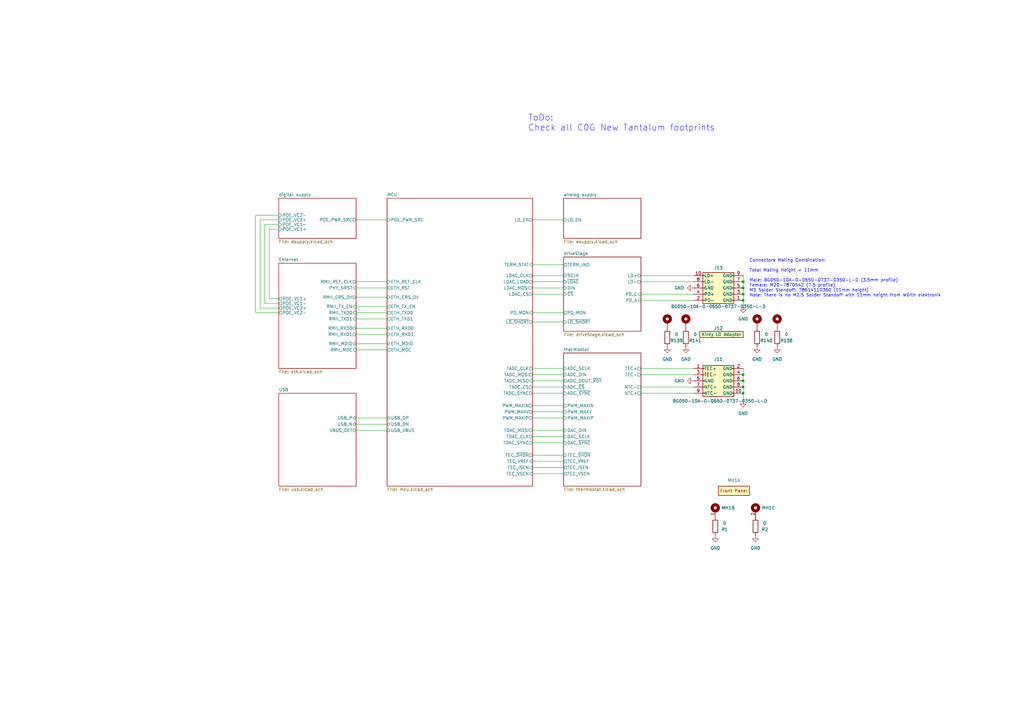
<source format=kicad_sch>
(kicad_sch (version 20230121) (generator eeschema)
  (paper "A3")
  (title_block (title "Kirdy") (date "2023-11-27") (rev "r0_3") (company "M-Labs Limited") (comment 1 "Linus Woo Chun Kit"))
  (lib_symbols
    (symbol "Device:R" (pin_numbers hide) (pin_names (offset 0))
      (property "Reference" "R" (at 2.032 0 90))
      (property "Value" "R" (at 0 0 90))
      (symbol "R_0_1"
        (rectangle (start -1.016 -2.54) (end 1.016 2.54) (stroke (width 0.254)))
      )
      (symbol "R_1_1"
        (pin passive line (at 0 3.81 270) (length 1.27) (name "~") (number "1"))
        (pin passive line (at 0 -3.81 90) (length 1.27) (name "~") (number "2"))
      )
    )
    (symbol "Mechanical:MountingHole_Pad" (pin_numbers hide) (pin_names (offset 1.016) hide)
      (property "Reference" "H" (at 0 6.35 0))
      (property "Value" "MountingHole_Pad" (at 0 4.445 0))
      (symbol "MountingHole_Pad_0_1"
        (circle (center 0 1.27) (radius 1.27) (stroke (width 1.27)))
      )
      (symbol "MountingHole_Pad_1_1"
        (pin input line (at 0 -2.54 90) (length 2.54) (name "1") (number "1"))
      )
    )
    (symbol "Panel_1"
      (property "Reference" "MH" (at 1.27 3.175 0))
      (symbol "Panel_1_1_1"
        (rectangle (start 0 0) (end 12.7 -3.81) (stroke (width 0.254)) (fill (type background)))
        (text "Front Panel" (at 6.35 -1.905 0) (effects (font (size 1.27 1.27))))
      )
      (symbol "Panel_1_2_1"
        (circle (center 0 0) (radius 1.27) (stroke (width 1.27)))
        (pin input line (at 3.81 0 180) (length 2.54) (name "") (number "1"))
      )
      (symbol "Panel_1_3_1"
        (circle (center 0 0) (radius 1.27) (stroke (width 1.27)))
        (pin input line (at 3.81 0 180) (length 2.54) (name "") (number "2"))
      )
    )
    (symbol "kirdy:Kirdy_Adapter_HDR1"
      (property "Reference" "J" (at 5.08 2.54 0))
      (property "Value" "BG050-10A-0-0650-0737-0350-L-D" (at 10.16 -12.7 0))
      (symbol "Kirdy_Adapter_HDR1_1_1"
        (rectangle (start 3.81 -10.033) (end 4.445 -10.287) (stroke (width 0.1524)))
        (rectangle (start 3.81 -7.493) (end 4.445 -7.747) (stroke (width 0.1524)))
        (rectangle (start 3.81 -4.953) (end 4.445 -5.207) (stroke (width 0.1524)))
        (rectangle (start 3.81 -2.413) (end 4.445 -2.667) (stroke (width 0.1524)))
        (rectangle (start 3.81 0.127) (end 4.445 -0.127) (stroke (width 0.1524)))
        (rectangle (start 3.81 1.27) (end 16.51 -11.43) (stroke (width 0.254)) (fill (type background)))
        (rectangle (start 15.875 -10.033) (end 16.51 -10.287) (stroke (width 0.1524)))
        (rectangle (start 15.875 -7.493) (end 16.51 -7.747) (stroke (width 0.1524)))
        (rectangle (start 15.875 -4.953) (end 16.51 -5.207) (stroke (width 0.1524)))
        (rectangle (start 15.875 -2.413) (end 16.51 -2.667) (stroke (width 0.1524)))
        (rectangle (start 15.875 0.127) (end 16.51 -0.127) (stroke (width 0.1524)))
        (pin passive line (at 0 0 0) (length 3.81) (name "TEC+") (number "1"))
        (pin passive line (at 20.32 -10.16 180) (length 3.81) (name "GND") (number "10"))
        (pin passive line (at 20.32 0 180) (length 3.81) (name "GND") (number "2"))
        (pin passive line (at 0 -2.54 0) (length 3.81) (name "TEC-") (number "3"))
        (pin passive line (at 20.32 -2.54 180) (length 3.81) (name "GND") (number "4"))
        (pin passive line (at 0 -5.08 0) (length 3.81) (name "GND") (number "5"))
        (pin passive line (at 20.32 -5.08 180) (length 3.81) (name "GND") (number "6"))
        (pin passive line (at 0 -7.62 0) (length 3.81) (name "NTC+") (number "7"))
        (pin passive line (at 20.32 -7.62 180) (length 3.81) (name "GND") (number "8"))
        (pin passive line (at 0 -10.16 0) (length 3.81) (name "NTC-") (number "9"))
      )
    )
    (symbol "kirdy:Kirdy_Adapter_HDR2"
      (property "Reference" "J" (at 5.08 2.54 0))
      (property "Value" "BG050-10A-0-0650-0737-0350-L-D" (at 10.16 -12.7 0))
      (symbol "Kirdy_Adapter_HDR2_1_1"
        (rectangle (start 3.81 -10.033) (end 4.445 -10.287) (stroke (width 0.1524)))
        (rectangle (start 3.81 -7.493) (end 4.445 -7.747) (stroke (width 0.1524)))
        (rectangle (start 3.81 -4.953) (end 4.445 -5.207) (stroke (width 0.1524)))
        (rectangle (start 3.81 -2.413) (end 4.445 -2.667) (stroke (width 0.1524)))
        (rectangle (start 3.81 0.127) (end 4.445 -0.127) (stroke (width 0.1524)))
        (rectangle (start 3.81 1.27) (end 16.51 -11.43) (stroke (width 0.254)) (fill (type background)))
        (rectangle (start 15.875 -10.033) (end 16.51 -10.287) (stroke (width 0.1524)))
        (rectangle (start 15.875 -7.493) (end 16.51 -7.747) (stroke (width 0.1524)))
        (rectangle (start 15.875 -4.953) (end 16.51 -5.207) (stroke (width 0.1524)))
        (rectangle (start 15.875 -2.413) (end 16.51 -2.667) (stroke (width 0.1524)))
        (rectangle (start 15.875 0.127) (end 16.51 -0.127) (stroke (width 0.1524)))
        (pin passive line (at 0 0 0) (length 3.81) (name "GND") (number "1"))
        (pin passive line (at 20.32 -10.16 180) (length 3.81) (name "LD+") (number "10"))
        (pin passive line (at 20.32 0 180) (length 3.81) (name "PD-") (number "2"))
        (pin passive line (at 0 -2.54 0) (length 3.81) (name "GND") (number "3"))
        (pin passive line (at 20.32 -2.54 180) (length 3.81) (name "PD+") (number "4"))
        (pin passive line (at 0 -5.08 0) (length 3.81) (name "GND") (number "5"))
        (pin passive line (at 20.32 -5.08 180) (length 3.81) (name "GND") (number "6"))
        (pin passive line (at 0 -7.62 0) (length 3.81) (name "GND") (number "7"))
        (pin passive line (at 20.32 -7.62 180) (length 3.81) (name "LD-") (number "8"))
        (pin passive line (at 0 -10.16 0) (length 3.81) (name "GND") (number "9"))
      )
    )
    (symbol "kirdy:Kirdy_LD_Adapter" (pin_names (offset 1.016) hide)
      (property "Reference" "J" (at -6.35 2.54 0))
      (property "Value" "Kirdy_LD_Adapter" (at 1.27 0 0))
      (symbol "Kirdy_LD_Adapter_1_1"
        (rectangle (start -7.62 1.27) (end 10.16 -1.27) (stroke (width 0.254)) (fill (type background)))
      )
    )
    (symbol "kirdy:Panel"
      (property "Reference" "MH" (at 1.27 3.175 0))
      (symbol "Panel_1_1"
        (rectangle (start 0 0) (end 12.7 -3.81) (stroke (width 0.254)) (fill (type background)))
        (text "Front Panel" (at 6.35 -1.905 0) (effects (font (size 1.27 1.27))))
      )
      (symbol "Panel_2_1"
        (circle (center 0 0) (radius 1.27) (stroke (width 1.27)))
        (pin input line (at 3.81 0 180) (length 2.54) (name "") (number "1"))
      )
      (symbol "Panel_3_1"
        (circle (center 0 0) (radius 1.27) (stroke (width 1.27)))
        (pin input line (at 3.81 0 180) (length 2.54) (name "") (number "2"))
      )
    )
    (symbol "power:GND" (power) (pin_names (offset 0))
      (property "Value" "GND" (at 0 -3.81 0))
      (symbol "GND_0_1"
        (polyline (pts (xy 0 0) (xy 0 -1.27) (xy 1.27 -1.27) (xy 0 -2.54) (xy -1.27 -1.27) (xy 0 -1.27)))
      )
      (symbol "GND_1_1"
        (pin power_in line (at 0 0 270) (length 0) hide (name "GND") (number "1"))
      )
    )
  )
  (junction (at 304.8 118.11))
  (junction (at 304.8 153.67))
  (junction (at 304.8 158.75))
  (junction (at 304.8 161.29))
  (junction (at 304.8 120.65))
  (junction (at 304.8 123.19))
  (junction (at 304.8 115.57))
  (junction (at 304.8 156.21))
  (wire (pts (xy 304.8 153.67) (xy 304.8 156.21)))
  (wire (pts (xy 146.05 176.53) (xy 158.75 176.53)))
  (wire (pts (xy 108.585 92.075) (xy 108.585 124.46)))
  (wire (pts (xy 218.44 168.91) (xy 231.14 168.91)))
  (wire (pts (xy 106.68 126.365) (xy 106.68 90.17)))
  (wire (pts (xy 218.44 176.53) (xy 231.14 176.53)))
  (wire (pts (xy 304.8 151.13) (xy 304.8 153.67)))
  (wire (pts (xy 146.05 125.73) (xy 158.75 125.73)))
  (wire (pts (xy 304.8 115.57) (xy 304.8 118.11)))
  (wire (pts (xy 262.89 123.19) (xy 284.48 123.19)))
  (wire (pts (xy 114.3 122.555) (xy 110.49 122.555)))
  (wire (pts (xy 218.44 151.13) (xy 231.14 151.13)))
  (wire (pts (xy 146.05 173.99) (xy 158.75 173.99)))
  (wire (pts (xy 218.44 161.29) (xy 231.14 161.29)))
  (wire (pts (xy 146.05 115.57) (xy 158.75 115.57)))
  (wire (pts (xy 218.44 90.17) (xy 231.14 90.17)))
  (wire (pts (xy 218.44 171.45) (xy 231.14 171.45)))
  (wire (pts (xy 146.05 140.97) (xy 158.75 140.97)))
  (wire (pts (xy 218.44 194.31) (xy 231.14 194.31)))
  (wire (pts (xy 218.44 166.37) (xy 231.14 166.37)))
  (wire (pts (xy 218.44 189.23) (xy 231.14 189.23)))
  (wire (pts (xy 218.44 179.07) (xy 231.14 179.07)))
  (wire (pts (xy 262.89 161.29) (xy 284.48 161.29)))
  (wire (pts (xy 146.05 121.92) (xy 158.75 121.92)))
  (wire (pts (xy 146.05 171.45) (xy 158.75 171.45)))
  (wire (pts (xy 304.8 120.65) (xy 304.8 123.19)))
  (wire (pts (xy 262.89 113.03) (xy 284.48 113.03)))
  (wire (pts (xy 146.05 90.17) (xy 158.75 90.17)))
  (wire (pts (xy 114.3 92.075) (xy 108.585 92.075)))
  (wire (pts (xy 110.49 93.98) (xy 114.3 93.98)))
  (wire (pts (xy 304.8 156.21) (xy 304.8 158.75)))
  (wire (pts (xy 106.68 90.17) (xy 114.3 90.17)))
  (wire (pts (xy 110.49 122.555) (xy 110.49 93.98)))
  (wire (pts (xy 304.8 158.75) (xy 304.8 161.29)))
  (wire (pts (xy 114.3 88.265) (xy 104.775 88.265)))
  (wire (pts (xy 304.8 123.19) (xy 304.8 125.73)))
  (wire (pts (xy 146.05 130.81) (xy 158.75 130.81)))
  (wire (pts (xy 218.44 115.57) (xy 231.14 115.57)))
  (wire (pts (xy 262.89 120.65) (xy 284.48 120.65)))
  (wire (pts (xy 146.05 118.11) (xy 158.75 118.11)))
  (wire (pts (xy 114.3 126.365) (xy 106.68 126.365)))
  (wire (pts (xy 146.05 128.27) (xy 158.75 128.27)))
  (wire (pts (xy 304.8 161.29) (xy 304.8 164.465)))
  (wire (pts (xy 262.89 158.75) (xy 284.48 158.75)))
  (wire (pts (xy 104.775 88.265) (xy 104.775 128.27)))
  (wire (pts (xy 218.44 132.08) (xy 231.14 132.08)))
  (wire (pts (xy 146.05 134.62) (xy 158.75 134.62)))
  (wire (pts (xy 218.44 118.11) (xy 231.14 118.11)))
  (wire (pts (xy 304.8 113.03) (xy 304.8 115.57)))
  (wire (pts (xy 218.44 156.21) (xy 231.14 156.21)))
  (wire (pts (xy 304.8 118.11) (xy 304.8 120.65)))
  (wire (pts (xy 218.44 128.27) (xy 231.14 128.27)))
  (wire (pts (xy 218.44 186.69) (xy 231.14 186.69)))
  (wire (pts (xy 218.44 153.67) (xy 231.14 153.67)))
  (wire (pts (xy 218.44 108.585) (xy 231.14 108.585)))
  (wire (pts (xy 218.44 181.61) (xy 231.14 181.61)))
  (wire (pts (xy 218.44 158.75) (xy 231.14 158.75)))
  (wire (pts (xy 218.44 120.65) (xy 231.14 120.65)))
  (wire (pts (xy 262.89 151.13) (xy 284.48 151.13)))
  (wire (pts (xy 262.89 153.67) (xy 284.48 153.67)))
  (wire (pts (xy 108.585 124.46) (xy 114.3 124.46)))
  (wire (pts (xy 146.05 143.51) (xy 158.75 143.51)))
  (wire (pts (xy 262.89 115.57) (xy 284.48 115.57)))
  (wire (pts (xy 104.775 128.27) (xy 114.3 128.27)))
  (wire (pts (xy 218.44 191.77) (xy 231.14 191.77)))
  (wire (pts (xy 218.44 113.03) (xy 231.14 113.03)))
  (wire (pts (xy 146.05 137.16) (xy 158.75 137.16)))
  (text "ToDo:\nCheck all C0G New Tantalum footprints" (at 216.535 53.975 0) (effects (font (size 2.54 2.54)) (justify left bottom)))
  (text "Connectors Mating Combination:\n\nTotal Mating Height = 11mm\n\nMale: BG050-10A-0-0650-0737-0350-L-D (3.5mm profile) \nFemale: M20-7870542 (7.5 profile) \nM3 Solder Standoff: 78614110360 (11mm height)\nNote: There is no M2.5 Solder Standoff with 11mm height from Würth elektronik" (at 307.34 121.92 0) (effects (font (size 1.27 1.27)) (justify left bottom)))
  (symbol (lib_id "power:GND") (at 309.88 219.71 0) (unit 1)
    (property "Reference" "#PWR06" (effects hide))
    (property "Value" "GND" (at 309.88 224.79 0))
  )
  (symbol (lib_id "Device:R") (at 281.305 138.43 180) (unit 1)
    (property "Reference" "R141" (at 285.115 139.7 0))
    (property "Value" "0" (at 285.115 137.16 0))
    (property "Footprint" "Resistor_SMD:R_0603_1608Metric" (effects hide))
    (property "MFR_PN" "RMCF0603ZT0R00" (effects hide))
    (property "MFR_PN_ALT" "CR0603-J/-000ELF" (effects hide))
  )
  (symbol (lib_id "Device:R") (at 293.37 215.9 180) (unit 1)
    (property "Reference" "R1" (at 297.18 217.17 0))
    (property "Value" "0" (at 297.18 214.63 0))
    (property "Footprint" "Resistor_SMD:R_0603_1608Metric" (effects hide))
    (property "MFR_PN" "RMCF0603ZT0R00" (effects hide))
    (property "MFR_PN_ALT" "CR0603-J/-000ELF" (effects hide))
  )
  (symbol (lib_id "kirdy:Kirdy_LD_Adapter") (at 294.64 137.16 0) (unit 1)
    (property "Reference" "J12" (at 294.64 134.62 0))
    (property "Value" "Kirdy LD Adapter" (at 295.91 137.16 0))
    (property "Footprint" "kirdy:Kirdy_LD_Adapter" (effects hide))
    (property "MFR_PN" "Kirdy_LD_Adapter_PCB" (effects hide))
  )
  (symbol (lib_id "kirdy:Panel") (at 309.88 208.28 270) (unit 3)
    (property "Reference" "MH1" (at 312.42 208.28 90) (effects (justify left)))
    (property "Value" "Kirdy Front Panel" (effects hide))
    (property "Footprint" "kirdy:Panel" (effects hide))
    (property "MFR_PN" "Kirdy Front Panel" (effects hide))
  )
  (symbol (lib_id "kirdy:Kirdy_Adapter_HDR2") (at 304.8 123.19 180) (unit 1)
    (property "Reference" "J13" (at 294.64 109.855 0))
    (property "Value" "BG050-10A-0-0650-0737-0350-L-D" (at 294.64 125.73 0))
    (property "Footprint" "kirdy:BG050-10A-0-0650-0737-0350-L-D" (effects hide))
    (property "MFR_PN" "BG050-10A-0-0650-0737-0350-L-D" (effects hide))
    (property "MFR_PN_ALT" "BG050-10A-0-0450-0737-0350-L-D " (effects hide))
  )
  (symbol (lib_name "Panel_1") (lib_id "kirdy:Panel") (at 294.64 199.39 0) (unit 1)
    (property "Reference" "MH1" (at 300.99 196.977 0))
    (property "Value" "Kirdy Front Panel" (effects hide))
    (property "Footprint" "kirdy:Panel" (effects hide))
    (property "MFR_PN" "Kirdy Front Panel" (effects hide))
  )
  (symbol (lib_id "power:GND") (at 304.8 125.73 0) (unit 1)
    (property "Reference" "#PWR05" (effects hide))
    (property "Value" "GND" (at 304.8 130.81 0))
  )
  (symbol (lib_id "Mechanical:MountingHole_Pad") (at 310.515 132.08 0) (unit 1)
    (property "Reference" "H4" (effects hide))
    (property "Value" "78614110360" (effects hide))
    (property "Footprint" "Mounting_Wuerth:Mounting_Wuerth_WA-SMSI-M3_H11mm_9774110360" (effects hide))
    (property "MFR_PN" "78614110360" (effects hide))
    (property "MFT_PN_ALT" "9774110360R" (effects hide))
  )
  (symbol (lib_id "power:GND") (at 284.48 118.11 270) (unit 1)
    (property "Reference" "#PWR04" (effects hide))
    (property "Value" "GND" (at 280.67 118.11 90) (effects (justify right)))
  )
  (symbol (lib_id "Mechanical:MountingHole_Pad") (at 273.685 132.08 0) (unit 1)
    (property "Reference" "H1" (effects hide))
    (property "Value" "78614110360" (effects hide))
    (property "Footprint" "Mounting_Wuerth:Mounting_Wuerth_WA-SMSI-M3_H11mm_9774110360" (effects hide))
    (property "Datasheet" "~" (at 273.685 132.08 0))
    (property "MFR_PN" "78614110360" (effects hide))
    (property "MFR_PN_ALT" "9774110360R" (effects hide))
  )
  (symbol (lib_id "Device:R") (at 310.515 138.43 180) (unit 1)
    (property "Reference" "R140" (at 314.325 139.7 0))
    (property "Value" "0" (at 314.325 137.16 0))
    (property "Footprint" "Resistor_SMD:R_0603_1608Metric" (effects hide))
    (property "MFR_PN" "RMCF0603ZT0R00" (effects hide))
    (property "MFR_PN_ALT" "CR0603-J/-000ELF" (effects hide))
  )
  (symbol (lib_id "power:GND") (at 281.305 142.24 0) (unit 1)
    (property "Reference" "#PWR0229" (effects hide))
    (property "Value" "GND" (at 281.305 147.32 0))
  )
  (symbol (lib_id "power:GND") (at 273.685 142.24 0) (unit 1)
    (property "Reference" "#PWR0227" (effects hide))
    (property "Value" "GND" (at 273.685 147.32 0))
  )
  (symbol (lib_id "Mechanical:MountingHole_Pad") (at 318.77 132.08 0) (unit 1)
    (property "Reference" "H2" (effects hide))
    (property "Value" "78614110360" (effects hide))
    (property "Footprint" "Mounting_Wuerth:Mounting_Wuerth_WA-SMSI-M3_H11mm_9774110360" (effects hide))
    (property "MFR_PN" "78614110360" (effects hide))
    (property "MFR_PN_ALT" "9774110360R" (effects hide))
  )
  (symbol (lib_id "Mechanical:MountingHole_Pad") (at 281.305 132.08 0) (unit 1)
    (property "Reference" "H3" (effects hide))
    (property "Value" "78614110360" (effects hide))
    (property "Footprint" "Mounting_Wuerth:Mounting_Wuerth_WA-SMSI-M3_H11mm_9774110360" (effects hide))
    (property "MFR_PN" "78614110360" (effects hide))
    (property "MFR_PN_ALT" "9774110360R" (effects hide))
  )
  (symbol (lib_id "power:GND") (at 318.77 142.24 0) (unit 1)
    (property "Reference" "#PWR0226" (effects hide))
    (property "Value" "GND" (at 318.77 147.32 0))
  )
  (symbol (lib_id "Device:R") (at 318.77 138.43 180) (unit 1)
    (property "Reference" "R138" (at 322.58 139.7 0))
    (property "Value" "0" (at 322.58 137.16 0))
    (property "Footprint" "Resistor_SMD:R_0603_1608Metric" (effects hide))
    (property "MFR_PN" "RMCF0603ZT0R00" (effects hide))
    (property "MFR_PN_ALT" "CR0603-J/-000ELF" (effects hide))
  )
  (symbol (lib_id "power:GND") (at 293.37 219.71 0) (unit 1)
    (property "Reference" "#PWR03" (effects hide))
    (property "Value" "GND" (at 293.37 224.79 0))
  )
  (symbol (lib_id "power:GND") (at 284.48 156.21 270) (unit 1)
    (property "Reference" "#PWR02" (effects hide))
    (property "Value" "GND" (at 280.67 156.21 90) (effects (justify right)))
  )
  (symbol (lib_id "Device:R") (at 273.685 138.43 180) (unit 1)
    (property "Reference" "R139" (at 277.495 139.7 0))
    (property "Value" "0" (at 277.495 137.16 0))
    (property "Footprint" "Resistor_SMD:R_0603_1608Metric" (effects hide))
    (property "MFR_PN" "RMCF0603ZT0R00" (effects hide))
    (property "MFR_PN_ALT" "CR0603-J/-000ELF" (effects hide))
  )
  (symbol (lib_id "kirdy:Panel") (at 293.37 208.28 270) (unit 2)
    (property "Reference" "MH1" (at 295.91 208.28 90) (effects (justify left)))
    (property "Value" "Kirdy Front Panel" (effects hide))
    (property "Footprint" "kirdy:Panel" (effects hide))
    (property "MFR_PN" "Kirdy Front Panel" (effects hide))
  )
  (symbol (lib_id "kirdy:Kirdy_Adapter_HDR1") (at 284.48 151.13 0) (unit 1)
    (property "Reference" "J11" (at 294.64 147.32 0))
    (property "Value" "BG050-10A-0-0650-0737-0350-L-D" (at 295.275 164.465 0))
    (property "Footprint" "kirdy:BG050-10A-0-0650-0737-0350-L-D" (effects hide))
    (property "MFR_PN" "BG050-10A-0-0650-0737-0350-L-D" (effects hide))
    (property "MFR_PN_ALT" "BG050-10A-0-0450-0737-0350-L-D " (effects hide))
  )
  (symbol (lib_id "power:GND") (at 304.8 164.465 0) (unit 1)
    (property "Reference" "#PWR01" (effects hide))
    (property "Value" "GND" (at 304.8 169.545 0))
  )
  (symbol (lib_id "power:GND") (at 310.515 142.24 0) (unit 1)
    (property "Reference" "#PWR0228" (effects hide))
    (property "Value" "GND" (at 310.515 147.32 0))
  )
  (symbol (lib_id "Device:R") (at 309.88 215.9 180) (unit 1)
    (property "Reference" "R2" (at 313.69 217.17 0))
    (property "Value" "0" (at 313.69 214.63 0))
    (property "Footprint" "Resistor_SMD:R_0603_1608Metric" (effects hide))
    (property "MFR_PN" "RMCF0603ZT0R00" (effects hide))
    (property "MFR_PN_ALT" "CR0603-J/-000ELF" (effects hide))
  )
  (sheet (at 114.3 107.95) (size 31.75 43.18) (stroke (width 0.1524))
    (property "Sheetname" "Ehternet" (at 114.3 107.2384 0) (effects (justify left bottom)))
    (property "Sheetfile" "eth.kicad_sch" (at 114.3 151.7146 0) (effects (justify left top)))
    (pin "RMII_MDIO" bidirectional (at 146.05 140.97 0))
    (pin "PHY_NRST" input (at 146.05 118.11 0))
    (pin "RMII_MDC" input (at 146.05 143.51 0))
    (pin "RMII_CRS_DV" output (at 146.05 121.92 0))
    (pin "RMII_TX_EN" input (at 146.05 125.73 0))
    (pin "RMII_TXD0" input (at 146.05 128.27 0))
    (pin "RMII_TXD1" input (at 146.05 130.81 0))
    (pin "RMII_RXD0" output (at 146.05 134.62 0))
    (pin "RMII_RXD1" output (at 146.05 137.16 0))
    (pin "RMII_REF_CLK" output (at 146.05 115.57 0))
    (pin "POE_VC1+" output (at 114.3 122.555 180))
    (pin "POE_VC1-" output (at 114.3 124.46 180))
    (pin "POE_VC2+" output (at 114.3 126.365 180))
    (pin "POE_VC2-" output (at 114.3 128.27 180))
  )
  (sheet (at 114.3 161.29) (size 31.75 38.1) (stroke (width 0.1524))
    (property "Sheetname" "USB" (at 114.3 160.5784 0) (effects (justify left bottom)))
    (property "Sheetfile" "usb.kicad_sch" (at 114.3 199.9746 0) (effects (justify left top)))
    (pin "USB_N" bidirectional (at 146.05 173.99 0))
    (pin "USB_P" bidirectional (at 146.05 171.45 0))
    (pin "VBUS_DET" output (at 146.05 176.53 0))
  )
  (sheet (at 231.14 105.41) (size 31.75 30.48) (stroke (width 0.1524))
    (property "Sheetname" "driveStage" (at 231.14 104.6984 0) (effects (justify left bottom)))
    (property "Sheetfile" "driveStage.kicad_sch" (at 231.14 136.4746 0) (effects (justify left top)))
    (pin "LD-" output (at 262.89 115.57 0))
    (pin "LD+" output (at 262.89 113.03 0))
    (pin "SCLK" input (at 231.14 113.03 180))
    (pin "DIN" input (at 231.14 118.11 180))
    (pin "~{LDAC}" input (at 231.14 115.57 180))
    (pin "~{CS}" input (at 231.14 120.65 180))
    (pin "PD_A" input (at 262.89 123.19 0))
    (pin "PD_C" input (at 262.89 120.65 0))
    (pin "PD_MON" output (at 231.14 128.27 180))
    (pin "~{LD_SHORT}" input (at 231.14 132.08 180))
    (pin "TERM_IND" output (at 231.14 108.585 180))
  )
  (sheet (at 114.3 81.28) (size 31.75 16.51) (stroke (width 0.1524))
    (property "Sheetname" "digital supply" (at 114.3 80.5684 0) (effects (justify left bottom)))
    (property "Sheetfile" "dsupply.kicad_sch" (at 114.3 98.3746 0) (effects (justify left top)))
    (pin "POE_PWR_SRC" output (at 146.05 90.17 0))
    (pin "POE_VC1-" input (at 114.3 92.075 180))
    (pin "POE_VC2-" input (at 114.3 88.265 180))
    (pin "POE_VC1+" input (at 114.3 93.98 180))
    (pin "POE_VC2+" input (at 114.3 90.17 180))
  )
  (sheet (at 231.14 144.78) (size 31.75 54.61) (stroke (width 0.1524))
    (property "Sheetname" "thermostat" (at 231.14 144.0684 0) (effects (justify left bottom)))
    (property "Sheetfile" "thermostat.kicad_sch" (at 231.14 199.9746 0) (effects (justify left top)))
    (pin "TEC-" output (at 262.89 153.67 0))
    (pin "TEC+" output (at 262.89 151.13 0))
    (pin "NTC-" passive (at 262.89 158.75 0))
    (pin "NTC+" passive (at 262.89 161.29 0))
    (pin "DAC_~{SYNC}" input (at 231.14 181.61 180))
    (pin "DAC_SCLK" input (at 231.14 179.07 180))
    (pin "DAC_DIN" input (at 231.14 176.53 180))
    (pin "PWM_MAXV" input (at 231.14 168.91 180))
    (pin "ADC_SCLK" input (at 231.14 151.13 180))
    (pin "ADC_DIN" input (at 231.14 153.67 180))
    (pin "ADC_DOUT_~{RDY}" output (at 231.14 156.21 180))
    (pin "ADC_~{CS}" input (at 231.14 158.75 180))
    (pin "ADC_~{SYNC}" input (at 231.14 161.29 180))
    (pin "PWM_MAXIN" input (at 231.14 166.37 180))
    (pin "PWM_MAXIP" input (at 231.14 171.45 180))
    (pin "TEC_~{SHDN}" input (at 231.14 186.69 180))
    (pin "TEC_ISEN" output (at 231.14 191.77 180))
    (pin "TEC_VREF" output (at 231.14 189.23 180))
    (pin "TEC_VSEN" output (at 231.14 194.31 180))
  )
  (sheet (at 231.14 81.28) (size 31.75 16.51) (stroke (width 0.1524))
    (property "Sheetname" "analog supply" (at 231.14 80.5684 0) (effects (justify left bottom)))
    (property "Sheetfile" "asupply.kicad_sch" (at 231.14 98.3746 0) (effects (justify left top)))
    (pin "LD_EN" input (at 231.14 90.17 180))
  )
  (sheet (at 158.75 81.28) (size 59.69 118.11) (stroke (width 0.1524))
    (property "Sheetname" "MCU" (at 158.75 80.5684 0) (effects (justify left bottom)))
    (property "Sheetfile" "mcu.kicad_sch" (at 158.75 199.9746 0) (effects (justify left top)))
    (pin "ETH_RST" output (at 158.75 118.11 180))
    (pin "ETH_MDIO" bidirectional (at 158.75 140.97 180))
    (pin "PD_MON" input (at 218.44 128.27 0))
    (pin "TEC_~{SHDN}" output (at 218.44 186.69 0))
    (pin "TEC_VREF" input (at 218.44 189.23 0))
    (pin "ETH_CRS_DV" input (at 158.75 121.92 180))
    (pin "USB_VBUS" input (at 158.75 176.53 180))
    (pin "TEC_ISEN" input (at 218.44 191.77 0))
    (pin "TEC_VSEN" input (at 218.44 194.31 0))
    (pin "USB_DP" bidirectional (at 158.75 171.45 180))
    (pin "USB_DN" bidirectional (at 158.75 173.99 180))
    (pin "TADC_CS" output (at 218.44 158.75 0))
    (pin "LDAC_CLK" output (at 218.44 113.03 0))
    (pin "ETH_TX_EN" output (at 158.75 125.73 180))
    (pin "ETH_TXD0" output (at 158.75 128.27 180))
    (pin "ETH_TXD1" output (at 158.75 130.81 180))
    (pin "LDAC_LOAD" output (at 218.44 115.57 0))
    (pin "POE_PWR_SRC" input (at 158.75 90.17 180))
    (pin "ETH_RXD0" input (at 158.75 134.62 180))
    (pin "ETH_RXD1" input (at 158.75 137.16 180))
    (pin "LDAC_MOSI" output (at 218.44 118.11 0))
    (pin "TADC_MOSI" output (at 218.44 153.67 0))
    (pin "TADC_MISO" input (at 218.44 156.21 0))
    (pin "PWM_MAXIP" output (at 218.44 171.45 0))
    (pin "ETH_MDC" output (at 158.75 143.51 180))
    (pin "LDAC_CS" output (at 218.44 120.65 0))
    (pin "TADC_SYNC" output (at 218.44 161.29 0))
    (pin "TDAC_CLK" output (at 218.44 179.07 0))
    (pin "TDAC_SYNC" output (at 218.44 181.61 0))
    (pin "TDAC_MOSI" output (at 218.44 176.53 0))
    (pin "PWM_MAXIN" output (at 218.44 166.37 0))
    (pin "PWM_MAXV" output (at 218.44 168.91 0))
    (pin "TADC_CLK" output (at 218.44 151.13 0))
    (pin "ETH_REF_CLK" input (at 158.75 115.57 180))
    (pin "LD_EN" output (at 218.44 90.17 0))
    (pin "~{LD_SHORT}" output (at 218.44 132.08 0))
    (pin "TERM_STAT" input (at 218.44 108.585 0))
  )
)
</source>
